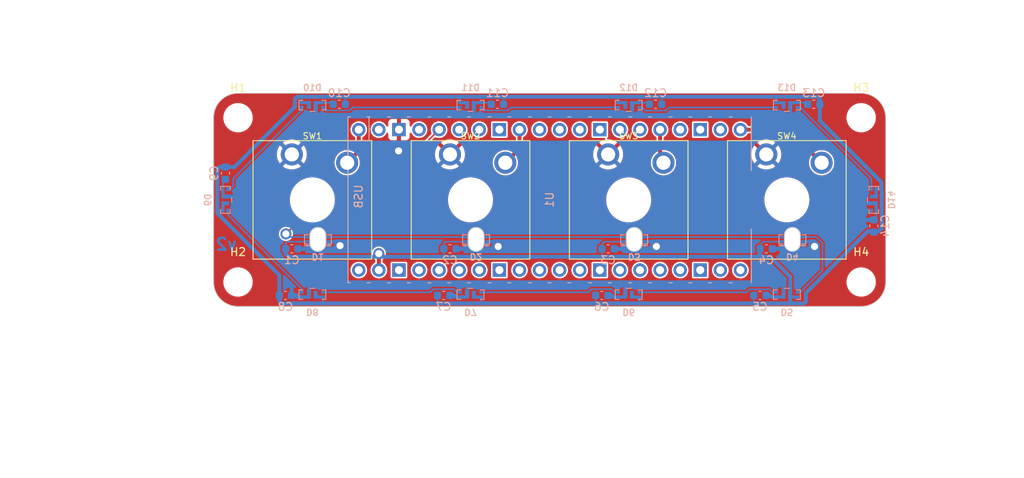
<source format=kicad_pcb>
(kicad_pcb (version 20221018) (generator pcbnew)
  (layers (0 "F.Cu" signal) (31 "B.Cu" signal) (34 "B.Paste" user) (35 "F.Paste" user) (36 "B.SilkS" user "B.Silkscreen") (37 "F.SilkS" user "F.Silkscreen") (38 "B.Mask" user) (39 "F.Mask" user) (44 "Edge.Cuts" user))
  (net 0 "")
  (net 1 "+5V")
  (net 2 "Net-(D1-DOUT)")
  (net 3 "GND")
  (net 4 "led_data")
  (net 5 "Net-(D2-DOUT)")
  (net 6 "Net-(D3-DOUT)")
  (net 7 "Net-(D4-DOUT)")
  (net 8 "Net-(D5-DOUT)")
  (net 9 "Net-(D6-DOUT)")
  (net 10 "Net-(D7-DOUT)")
  (net 11 "Net-(D8-DOUT)")
  (net 12 "Net-(D10-DIN)")
  (net 13 "Net-(D10-DOUT)")
  (net 14 "Net-(D11-DOUT)")
  (net 15 "Net-(D12-DOUT)")
  (net 16 "Net-(D13-DOUT)")
  (net 18 "Net-(SW1-A)")
  (net 28 "Net-(SW3-A)")
  (net 29 "Net-(SW4-A)")
  (net 32 "Net-(SW2-A)")
  (footprint "buttons:SW_Gateron_MX_1.00u_Plate" (layer "F.Cu") (at 120 90)
    (fp_text reference "SW1" (at 0 -8.082) (layer "F.SilkS") (effects (font (size 0.8 0.8) (thickness 0.12))))
    (fp_text value "SW_SPST")
    (pad "" np_thru_hole circle (at 0 0) (size 5.2 5.2) (drill 5.2) (layers "F&B.Cu" "*.Mask"))
    (pad "1" thru_hole circle (at 4.4 -4.7) (size 2.8 2.5) (drill 1.8) (layers "*.Cu" "*.Mask") (net 18 "Net-(SW1-A)"))
    (pad "2" thru_hole circle (at -2.6 -5.75) (size 2.8 2.5) (drill 1.8) (layers "*.Cu" "*.Mask") (net 3 "GND"))
  )
  (footprint "MountingHole:MountingHole_3.2mm_M3_DIN965" (layer "F.Cu") (at 189.4 100.4)
    (fp_text reference "H4" (at 0 -3.8) (layer "F.SilkS"))
    (fp_text value "MountingHole")
    (pad "" np_thru_hole circle (at 0 0) (size 3.2 3.2) (drill 3.2) (layers "*.Cu" "*.Mask"))
  )
  (footprint "MountingHole:MountingHole_3.2mm_M3_DIN965" (layer "F.Cu") (at 110.6 79.6)
    (fp_text reference "H1" (at 0 -3.8) (layer "F.SilkS"))
    (fp_text value "MountingHole")
    (pad "" np_thru_hole circle (at 0 0) (size 3.2 3.2) (drill 3.2) (layers "*.Cu" "*.Mask"))
  )
  (footprint "MountingHole:MountingHole_3.2mm_M3_DIN965" (layer "F.Cu") (at 189.4 79.6)
    (fp_text reference "H3" (at 0 -3.8) (layer "F.SilkS"))
    (fp_text value "MountingHole")
    (pad "" np_thru_hole circle (at 0 0) (size 3.2 3.2) (drill 3.2) (layers "*.Cu" "*.Mask"))
  )
  (footprint "buttons:SW_Gateron_MX_1.00u_Plate" (layer "F.Cu") (at 180 90)
    (fp_text reference "SW4" (at 0 -8.082) (layer "F.SilkS") (effects (font (size 0.8 0.8) (thickness 0.12))))
    (fp_text value "SW_SPST")
    (pad "" np_thru_hole circle (at 0 0) (size 5.2 5.2) (drill 5.2) (layers "F&B.Cu" "*.Mask"))
    (pad "1" thru_hole circle (at 4.4 -4.7) (size 2.8 2.2) (drill 1.8) (layers "*.Cu" "*.Mask") (net 29 "Net-(SW4-A)"))
    (pad "2" thru_hole circle (at -2.6 -5.75) (size 2.8 2.2) (drill 1.8) (layers "*.Cu" "*.Mask") (net 3 "GND"))
  )
  (footprint "MountingHole:MountingHole_3.2mm_M3_DIN965" (layer "F.Cu") (at 110.6 100.4)
    (fp_text reference "H2" (at 0 -3.8) (layer "F.SilkS"))
    (fp_text value "MountingHole")
    (pad "" np_thru_hole circle (at 0 0) (size 3.2 3.2) (drill 3.2) (layers "*.Cu" "*.Mask"))
  )
  (footprint "buttons:SW_Gateron_MX_1.00u_Plate" (layer "F.Cu") (at 160 90)
    (fp_text reference "SW3" (at 0 -8.082) (layer "F.SilkS") (effects (font (size 0.8 0.8) (thickness 0.12))))
    (fp_text value "SW_SPST")
    (pad "" np_thru_hole circle (at 0 0) (size 5.2 5.2) (drill 5.2) (layers "F&B.Cu" "*.Mask"))
    (pad "1" thru_hole circle (at 4.4 -4.7) (size 2.8 2.2) (drill 1.8) (layers "*.Cu" "*.Mask") (net 28 "Net-(SW3-A)"))
    (pad "2" thru_hole circle (at -2.6 -5.75) (size 2.8 2.2) (drill 1.8) (layers "*.Cu" "*.Mask") (net 3 "GND"))
  )
  (footprint "buttons:SW_Gateron_MX_1.00u_Plate" (layer "F.Cu") (at 140 90)
    (fp_text reference "SW2" (at 0 -8.082) (layer "F.SilkS") (effects (font (size 0.8 0.8) (thickness 0.12))))
    (fp_text value "SW_SPST")
    (pad "" np_thru_hole circle (at 0 0) (size 5.2 5.2) (drill 5.2) (layers "F&B.Cu" "*.Mask"))
    (pad "1" thru_hole circle (at 4.4 -4.7) (size 2.8 2.2) (drill 1.8) (layers "*.Cu" "*.Mask") (net 32 "Net-(SW2-A)"))
    (pad "2" thru_hole circle (at -2.6 -5.75) (size 2.8 2.5) (drill 1.8) (layers "*.Cu" "*.Mask") (net 3 "GND"))
  )
  (footprint "Capacitor_SMD:C_0603_1608Metric" (layer "B.Cu") (at 191 93.3 90)
    (fp_text reference "C14" (at 0 1.43 90) (layer "B.SilkS") (effects (justify mirror)))
    (fp_text value "C")
    (pad "1" smd roundrect (at -0.775 0 90) (size 0.9 0.95) (layers "B.Cu" "B.Paste" "B.Mask") (net 1 "+5V"))
    (pad "2" smd roundrect (at 0.775 0 90) (size 0.9 0.95) (layers "B.Cu" "B.Paste" "B.Mask") (net 3 "GND"))
  )
  (footprint "adafruit:Neopixel - Slim Flat" (layer "B.Cu") (at 120 78 180)
    (fp_text reference "D10" (at 0 2.2 unlocked) (layer "B.SilkS") (effects (font (size 0.8 0.8)) (justify mirror)))
    (fp_text value "WS2812B")
    (pad "1" smd roundrect (at -1.35 0.3 180) (size 1.425 0.4) (drill (offset 0.4625 0)) (layers "B.Cu" "B.Paste" "B.Mask") (net 3 "GND"))
    (pad "1" smd roundrect (at -0.425 -0.3 180) (size 0.5 1) (drill (offset 0 0.3)) (layers "B.Cu" "B.Paste" "B.Mask") (net 3 "GND"))
    (pad "2" smd roundrect (at -1.35 -0.3 180) (size 0.5 0.4) (layers "B.Cu" "B.Paste" "B.Mask") (net 13 "Net-(D10-DOUT)"))
    (pad "3" smd roundrect (at 1.35 -0.3 180) (size 0.5 0.4) (layers "B.Cu" "B.Paste" "B.Mask") (net 12 "Net-(D10-DIN)"))
    (pad "4" smd roundrect (at 0.425 -0.3 180) (size 0.5 1) (drill (offset 0 0.3)) (layers "B.Cu" "B.Paste" "B.Mask") (net 1 "+5V"))
    (pad "4" smd roundrect (at 1.35 0.3 180) (size 1.425 0.4) (drill (offset -0.4625 0)) (layers "B.Cu" "B.Paste" "B.Mask") (net 1 "+5V"))
  )
  (footprint "adafruit:Neopixel - Slim Flat" (layer "B.Cu") (at 140 78 180)
    (fp_text reference "D11" (at 0 2.2 unlocked) (layer "B.SilkS") (effects (font (size 0.8 0.8)) (justify mirror)))
    (fp_text value "WS2812B")
    (pad "1" smd roundrect (at -1.35 0.3 180) (size 1.425 0.4) (drill (offset 0.4625 0)) (layers "B.Cu" "B.Paste" "B.Mask") (net 3 "GND"))
    (pad "1" smd roundrect (at -0.425 -0.3 180) (size 0.5 1) (drill (offset 0 0.3)) (layers "B.Cu" "B.Paste" "B.Mask") (net 3 "GND"))
    (pad "2" smd roundrect (at -1.35 -0.3 180) (size 0.5 0.4) (layers "B.Cu" "B.Paste" "B.Mask") (net 14 "Net-(D11-DOUT)"))
    (pad "3" smd roundrect (at 1.35 -0.3 180) (size 0.5 0.4) (layers "B.Cu" "B.Paste" "B.Mask") (net 13 "Net-(D10-DOUT)"))
    (pad "4" smd roundrect (at 0.425 -0.3 180) (size 0.5 1) (drill (offset 0 0.3)) (layers "B.Cu" "B.Paste" "B.Mask") (net 1 "+5V"))
    (pad "4" smd roundrect (at 1.35 0.3 180) (size 1.425 0.4) (drill (offset -0.4625 0)) (layers "B.Cu" "B.Paste" "B.Mask") (net 1 "+5V"))
  )
  (footprint "Capacitor_SMD:C_0603_1608Metric" (layer "B.Cu") (at 116.6 102.1)
    (fp_text reference "C8" (at 0 1.43) (layer "B.SilkS") (effects (justify mirror)))
    (fp_text value "C")
    (pad "1" smd roundrect (at -0.775 0) (size 0.9 0.95) (layers "B.Cu" "B.Paste" "B.Mask") (net 1 "+5V"))
    (pad "2" smd roundrect (at 0.775 0) (size 0.9 0.95) (layers "B.Cu" "B.Paste" "B.Mask") (net 3 "GND"))
  )
  (footprint "Capacitor_SMD:C_0603_1608Metric" (layer "B.Cu") (at 176.6 102.1)
    (fp_text reference "C5" (at 0 1.43) (layer "B.SilkS") (effects (justify mirror)))
    (fp_text value "C")
    (pad "1" smd roundrect (at -0.775 0) (size 0.9 0.95) (layers "B.Cu" "B.Paste" "B.Mask") (net 1 "+5V"))
    (pad "2" smd roundrect (at 0.775 0) (size 0.9 0.95) (layers "B.Cu" "B.Paste" "B.Mask") (net 3 "GND"))
  )
  (footprint "adafruit:Neopixel - Slim Flat" (layer "B.Cu") (at 160 102)
    (fp_text reference "D6" (at 0 2.2 180 unlocked) (layer "B.SilkS") (effects (font (size 0.8 0.8)) (justify mirror)))
    (fp_text value "WS2812B")
    (pad "1" smd roundrect (at -1.35 0.3) (size 1.425 0.4) (drill (offset 0.4625 0)) (layers "B.Cu" "B.Paste" "B.Mask") (net 3 "GND"))
    (pad "1" smd roundrect (at -0.425 -0.3) (size 0.5 1) (drill (offset 0 0.3)) (layers "B.Cu" "B.Paste" "B.Mask") (net 3 "GND"))
    (pad "2" smd roundrect (at -1.35 -0.3) (size 0.5 0.4) (layers "B.Cu" "B.Paste" "B.Mask") (net 9 "Net-(D6-DOUT)"))
    (pad "3" smd roundrect (at 1.35 -0.3) (size 0.5 0.4) (layers "B.Cu" "B.Paste" "B.Mask") (net 8 "Net-(D5-DOUT)"))
    (pad "4" smd roundrect (at 0.425 -0.3) (size 0.5 1) (drill (offset 0 0.3)) (layers "B.Cu" "B.Paste" "B.Mask") (net 1 "+5V"))
    (pad "4" smd roundrect (at 1.35 0.3) (size 1.425 0.4) (drill (offset -0.4625 0)) (layers "B.Cu" "B.Paste" "B.Mask") (net 1 "+5V"))
  )
  (footprint "adafruit:Neopixel - Slim Flat" (layer "B.Cu") (at 160 78 180)
    (fp_text reference "D12" (at 0 2.2 unlocked) (layer "B.SilkS") (effects (font (size 0.8 0.8)) (justify mirror)))
    (fp_text value "WS2812B")
    (pad "1" smd roundrect (at -1.35 0.3 180) (size 1.425 0.4) (drill (offset 0.4625 0)) (layers "B.Cu" "B.Paste" "B.Mask") (net 3 "GND"))
    (pad "1" smd roundrect (at -0.425 -0.3 180) (size 0.5 1) (drill (offset 0 0.3)) (layers "B.Cu" "B.Paste" "B.Mask") (net 3 "GND"))
    (pad "2" smd roundrect (at -1.35 -0.3 180) (size 0.5 0.4) (layers "B.Cu" "B.Paste" "B.Mask") (net 15 "Net-(D12-DOUT)"))
    (pad "3" smd roundrect (at 1.35 -0.3 180) (size 0.5 0.4) (layers "B.Cu" "B.Paste" "B.Mask") (net 14 "Net-(D11-DOUT)"))
    (pad "4" smd roundrect (at 0.425 -0.3 180) (size 0.5 1) (drill (offset 0 0.3)) (layers "B.Cu" "B.Paste" "B.Mask") (net 1 "+5V"))
    (pad "4" smd roundrect (at 1.35 0.3 180) (size 1.425 0.4) (drill (offset -0.4625 0)) (layers "B.Cu" "B.Paste" "B.Mask") (net 1 "+5V"))
  )
  (footprint "Capacitor_SMD:C_0603_1608Metric" (layer "B.Cu") (at 137.4 96.2)
    (fp_text reference "C2" (at 0 1.43) (layer "B.SilkS") (effects (justify mirror)))
    (fp_text value "C")
    (pad "1" smd roundrect (at -0.775 0) (size 0.9 0.95) (layers "B.Cu" "B.Paste" "B.Mask") (net 1 "+5V"))
    (pad "2" smd roundrect (at 0.775 0) (size 0.9 0.95) (layers "B.Cu" "B.Paste" "B.Mask") (net 3 "GND"))
  )
  (footprint "Capacitor_SMD:C_0603_1608Metric" (layer "B.Cu") (at 117.4 96.2)
    (fp_text reference "C1" (at 0 1.43) (layer "B.SilkS") (effects (justify mirror)))
    (fp_text value "C")
    (pad "1" smd roundrect (at -0.775 0) (size 0.9 0.95) (layers "B.Cu" "B.Paste" "B.Mask") (net 1 "+5V"))
    (pad "2" smd roundrect (at 0.775 0) (size 0.9 0.95) (layers "B.Cu" "B.Paste" "B.Mask") (net 3 "GND"))
  )
  (footprint "adafruit:Neopixel - Slim Flat" (layer "B.Cu") (at 180 78 180)
    (fp_text reference "D13" (at 0 2.2 unlocked) (layer "B.SilkS") (effects (font (size 0.8 0.8)) (justify mirror)))
    (fp_text value "WS2812B")
    (pad "1" smd roundrect (at -1.35 0.3 180) (size 1.425 0.4) (drill (offset 0.4625 0)) (layers "B.Cu" "B.Paste" "B.Mask") (net 3 "GND"))
    (pad "1" smd roundrect (at -0.425 -0.3 180) (size 0.5 1) (drill (offset 0 0.3)) (layers "B.Cu" "B.Paste" "B.Mask") (net 3 "GND"))
    (pad "2" smd roundrect (at -1.35 -0.3 180) (size 0.5 0.4) (layers "B.Cu" "B.Paste" "B.Mask") (net 16 "Net-(D13-DOUT)"))
    (pad "3" smd roundrect (at 1.35 -0.3 180) (size 0.5 0.4) (layers "B.Cu" "B.Paste" "B.Mask") (net 15 "Net-(D12-DOUT)"))
    (pad "4" smd roundrect (at 0.425 -0.3 180) (size 0.5 1) (drill (offset 0 0.3)) (layers "B.Cu" "B.Paste" "B.Mask") (net 1 "+5V"))
    (pad "4" smd roundrect (at 1.35 0.3 180) (size 1.425 0.4) (drill (offset -0.4625 0)) (layers "B.Cu" "B.Paste" "B.Mask") (net 1 "+5V"))
  )
  (footprint "Capacitor_SMD:C_0603_1608Metric" (layer "B.Cu") (at 143.4 77.9 180)
    (fp_text reference "C11" (at 0 1.43) (layer "B.SilkS") (effects (justify mirror)))
    (fp_text value "C")
    (pad "1" smd roundrect (at -0.775 0 180) (size 0.9 0.95) (layers "B.Cu" "B.Paste" "B.Mask") (net 1 "+5V"))
    (pad "2" smd roundrect (at 0.775 0 180) (size 0.9 0.95) (layers "B.Cu" "B.Paste" "B.Mask") (net 3 "GND"))
  )
  (footprint "raspi:RPi_Pico_TH" (layer "B.Cu") (at 150 90 -90)
    (fp_text reference "U1" (at 0 0 90) (layer "B.SilkS") (effects (justify mirror)))
    (fp_text value "Pico" hide)
    (fp_text user "USB" (at -2.025 23.575 90 unlocked) (layer "B.SilkS") (effects (justify left bottom mirror)))
    (pad "1" thru_hole oval (at -8.89 24.13 270) (size 1.7 1.7) (drill 1.02) (layers "*.Cu" "*.Mask") (net 18 "Net-(SW1-A)"))
    (pad "2" thru_hole oval (at -8.89 21.59 270) (size 1.7 1.7) (drill 1.02) (layers "*.Cu" "*.Mask"))
    (pad "3" thru_hole rect (at -8.89 19.05 270) (size 1.7 1.7) (drill 1.02) (layers "*.Cu" "*.Mask") (net 3 "GND"))
    (pad "4" thru_hole oval (at -8.89 16.51 270) (size 1.7 1.7) (drill 1.02) (layers "*.Cu" "*.Mask"))
    (pad "5" thru_hole oval (at -8.89 13.97 270) (size 1.7 1.7) (drill 1.02) (layers "*.Cu" "*.Mask") (net 4 "led_data"))
    (pad "6" thru_hole oval (at -8.89 11.43 270) (size 1.7 1.7) (drill 1.02) (layers "*.Cu" "*.Mask"))
    (pad "7" thru_hole oval (at -8.89 8.89 270) (size 1.7 1.7) (drill 1.02) (layers "*.Cu" "*.Mask"))
    (pad "8" thru_hole rect (at -8.89 6.35 270) (size 1.7 1.7) (drill 1.02) (layers "*.Cu" "*.Mask"))
    (pad "9" thru_hole oval (at -8.89 3.81 270) (size 1.7 1.7) (drill 1.02) (layers "*.Cu" "*.Mask") (net 32 "Net-(SW2-A)"))
    (pad "10" thru_hole oval (at -8.89 1.27 270) (size 1.7 1.7) (drill 1.02) (layers "*.Cu" "*.Mask"))
    (pad "11" thru_hole oval (at -8.89 -1.27 270) (size 1.7 1.7) (drill 1.02) (layers "*.Cu" "*.Mask"))
    (pad "12" thru_hole oval (at -8.89 -3.81 270) (size 1.7 1.7) (drill 1.02) (layers "*.Cu" "*.Mask"))
    (pad "13" thru_hole rect (at -8.89 -6.35 270) (size 1.7 1.7) (drill 1.02) (layers "*.Cu" "*.Mask"))
    (pad "14" thru_hole oval (at -8.89 -8.89 270) (size 1.7 1.7) (drill 1.02) (layers "*.Cu" "*.Mask"))
    (pad "15" thru_hole oval (at -8.89 -11.43 270) (size 1.7 1.7) (drill 1.02) (layers "*.Cu" "*.Mask"))
    (pad "16" thru_hole oval (at -8.89 -13.97 270) (size 1.7 1.7) (drill 1.02) (layers "*.Cu" "*.Mask") (net 28 "Net-(SW3-A)"))
    (pad "17" thru_hole oval (at -8.89 -16.51 270) (size 1.7 1.7) (drill 1.02) (layers "*.Cu" "*.Mask"))
    (pad "18" thru_hole rect (at -8.89 -19.05 270) (size 1.7 1.7) (drill 1.02) (layers "*.Cu" "*.Mask"))
    (pad "19" thru_hole oval (at -8.89 -21.59 270) (size 1.7 1.7) (drill 1.02) (layers "*.Cu" "*.Mask"))
    (pad "20" thru_hole oval (at -8.89 -24.13 270) (size 1.7 1.7) (drill 1.02) (layers "*.Cu" "*.Mask") (net 29 "Net-(SW4-A)"))
    (pad "21" thru_hole oval (at 8.89 -24.13 270) (size 1.7 1.7) (drill 1.02) (layers "*.Cu" "*.Mask"))
    (pad "22" thru_hole oval (at 8.89 -21.59 270) (size 1.7 1.7) (drill 1.02) (layers "*.Cu" "*.Mask"))
    (pad "23" thru_hole rect (at 8.89 -19.05 270) (size 1.7 1.7) (drill 1.02) (layers "*.Cu" "*.Mask"))
    (pad "24" thru_hole oval (at 8.89 -16.51 270) (size 1.7 1.7) (drill 1.02) (layers "*.Cu" "*.Mask"))
    (pad "25" thru_hole oval (at 8.89 -13.97 270) (size 1.7 1.7) (drill 1.02) (layers "*.Cu" "*.Mask"))
    (pad "26" thru_hole oval (at 8.89 -11.43 270) (size 1.7 1.7) (drill 1.02) (layers "*.Cu" "*.Mask"))
    (pad "27" thru_hole oval (at 8.89 -8.89 270) (size 1.7 1.7) (drill 1.02) (layers "*.Cu" "*.Mask"))
    (pad "28" thru_hole rect (at 8.89 -6.35 270) (size 1.7 1.7) (drill 1.02) (layers "*.Cu" "*.Mask"))
    (pad "29" thru_hole oval (at 8.89 -3.81 270) (size 1.7 1.7) (drill 1.02) (layers "*.Cu" "*.Mask"))
    (pad "30" thru_hole oval (at 8.89 -1.27 270) (size 1.7 1.7) (drill 1.02) (layers "*.Cu" "*.Mask"))
    (pad "31" thru_hole oval (at 8.89 1.27 270) (size 1.7 1.7) (drill 1.02) (layers "*.Cu" "*.Mask"))
    (pad "32" thru_hole oval (at 8.89 3.81 270) (size 1.7 1.7) (drill 1.02) (layers "*.Cu" "*.Mask"))
    (pad "33" thru_hole rect (at 8.89 6.35 270) (size 1.7 1.7) (drill 1.02) (layers "*.Cu" "*.Mask"))
    (pad "34" thru_hole oval (at 8.89 8.89 270) (size 1.7 1.7) (drill 1.02) (layers "*.Cu" "*.Mask"))
    (pad "35" thru_hole oval (at 8.89 11.43 270) (size 1.7 1.7) (drill 1.02) (layers "*.Cu" "*.Mask"))
    (pad "36" thru_hole oval (at 8.89 13.97 270) (size 1.7 1.7) (drill 1.02) (layers "*.Cu" "*.Mask"))
    (pad "37" thru_hole oval (at 8.89 16.51 270) (size 1.7 1.7) (drill 1.02) (layers "*.Cu" "*.Mask"))
    (pad "38" thru_hole rect (at 8.89 19.05 270) (size 1.7 1.7) (drill 1.02) (layers "*.Cu" "*.Mask"))
    (pad "39" thru_hole oval (at 8.89 21.59 270) (size 1.7 1.7) (drill 1.02) (layers "*.Cu" "*.Mask") (net 1 "+5V"))
    (pad "40" thru_hole oval (at 8.89 24.13 270) (size 1.7 1.7) (drill 1.02) (layers "*.Cu" "*.Mask"))
  )
  (footprint "adafruit:Neopixel - Slim Flat" (layer "B.Cu") (at 180 102)
    (fp_text reference "D5" (at 0 2.2 180 unlocked) (layer "B.SilkS") (effects (font (size 0.8 0.8)) (justify mirror)))
    (fp_text value "WS2812B")
    (pad "1" smd roundrect (at -1.35 0.3) (size 1.425 0.4) (drill (offset 0.4625 0)) (layers "B.Cu" "B.Paste" "B.Mask") (net 3 "GND"))
    (pad "1" smd roundrect (at -0.425 -0.3) (size 0.5 1) (drill (offset 0 0.3)) (layers "B.Cu" "B.Paste" "B.Mask") (net 3 "GND"))
    (pad "2" smd roundrect (at -1.35 -0.3) (size 0.5 0.4) (layers "B.Cu" "B.Paste" "B.Mask") (net 8 "Net-(D5-DOUT)"))
    (pad "3" smd roundrect (at 1.35 -0.3) (size 0.5 0.4) (layers "B.Cu" "B.Paste" "B.Mask") (net 7 "Net-(D4-DOUT)"))
    (pad "4" smd roundrect (at 0.425 -0.3) (size 0.5 1) (drill (offset 0 0.3)) (layers "B.Cu" "B.Paste" "B.Mask") (net 1 "+5V"))
    (pad "4" smd roundrect (at 1.35 0.3) (size 1.425 0.4) (drill (offset -0.4625 0)) (layers "B.Cu" "B.Paste" "B.Mask") (net 1 "+5V"))
  )
  (footprint "adafruit:Neopixel - Slim Flat - Down" (layer "B.Cu") (at 120.7 95)
    (fp_text reference "D1" (at 0 2.2 180 unlocked) (layer "B.SilkS") (effects (font (size 0.8 0.8)) (justify mirror)))
    (fp_text value "WS2812B_back")
    (fp_line (start -1 -0.5) (end -1 0.5) (stroke (width 0.12)) (layer "Edge.Cuts"))
    (fp_line (start 1 -0.5) (end 1 0.5) (stroke (width 0.12)) (layer "Edge.Cuts"))
    (fp_arc (start -1 -0.5) (mid 0 -1.5) (end 1 -0.5) (stroke (width 0.12)) (layer "Edge.Cuts"))
    (fp_arc (start 1 0.5) (mid 0 1.5) (end -1 0.5) (stroke (width 0.12)) (layer "Edge.Cuts"))
    (pad "1" smd roundrect (at 1.35 0.3) (size 0.5 0.4) (layers "B.Cu" "B.Paste" "B.Mask") (net 3 "GND"))
    (pad "2" smd roundrect (at 1.35 -0.3) (size 0.5 0.4) (layers "B.Cu" "B.Paste" "B.Mask") (net 2 "Net-(D1-DOUT)"))
    (pad "3" smd roundrect (at -1.35 -0.3) (size 0.5 0.4) (layers "B.Cu" "B.Paste" "B.Mask") (net 4 "led_data"))
    (pad "4" smd roundrect (at -1.35 0.3) (size 0.5 0.4) (layers "B.Cu" "B.Paste" "B.Mask") (net 1 "+5V"))
  )
  (footprint "adafruit:Neopixel - Slim Flat" (layer "B.Cu") (at 120 102)
    (fp_text reference "D8" (at 0 2.2 180 unlocked) (layer "B.SilkS") (effects (font (size 0.8 0.8)) (justify mirror)))
    (fp_text value "WS2812B")
    (pad "1" smd roundrect (at -1.35 0.3) (size 1.425 0.4) (drill (offset 0.4625 0)) (layers "B.Cu" "B.Paste" "B.Mask") (net 3 "GND"))
    (pad "1" smd roundrect (at -0.425 -0.3) (size 0.5 1) (drill (offset 0 0.3)) (layers "B.Cu" "B.Paste" "B.Mask") (net 3 "GND"))
    (pad "2" smd roundrect (at -1.35 -0.3) (size 0.5 0.4) (layers "B.Cu" "B.Paste" "B.Mask") (net 11 "Net-(D8-DOUT)"))
    (pad "3" smd roundrect (at 1.35 -0.3) (size 0.5 0.4) (layers "B.Cu" "B.Paste" "B.Mask") (net 10 "Net-(D7-DOUT)"))
    (pad "4" smd roundrect (at 0.425 -0.3) (size 0.5 1) (drill (offset 0 0.3)) (layers "B.Cu" "B.Paste" "B.Mask") (net 1 "+5V"))
    (pad "4" smd roundrect (at 1.35 0.3) (size 1.425 0.4) (drill (offset -0.4625 0)) (layers "B.Cu" "B.Paste" "B.Mask") (net 1 "+5V"))
  )
  (footprint "Capacitor_SMD:C_0603_1608Metric" (layer "B.Cu") (at 109 86.625 -90)
    (fp_text reference "C9" (at 0 1.43 90) (layer "B.SilkS") (effects (justify mirror)))
    (fp_text value "C")
    (pad "1" smd roundrect (at -0.775 0 270) (size 0.9 0.95) (layers "B.Cu" "B.Paste" "B.Mask") (net 1 "+5V"))
    (pad "2" smd roundrect (at 0.775 0 270) (size 0.9 0.95) (layers "B.Cu" "B.Paste" "B.Mask") (net 3 "GND"))
  )
  (footprint "adafruit:Neopixel - Slim Flat" (layer "B.Cu") (at 109 90 -90)
    (fp_text reference "D9" (at 0 2.2 90 unlocked) (layer "B.SilkS") (effects (font (size 0.8 0.8)) (justify mirror)))
    (fp_text value "WS2812B")
    (pad "1" smd roundrect (at -1.35 0.3 270) (size 1.425 0.4) (drill (offset 0.4625 0)) (layers "B.Cu" "B.Paste" "B.Mask") (net 3 "GND"))
    (pad "1" smd roundrect (at -0.425 -0.3 270) (size 0.5 1) (drill (offset 0 0.3)) (layers "B.Cu" "B.Paste" "B.Mask") (net 3 "GND"))
    (pad "2" smd roundrect (at -1.35 -0.3 270) (size 0.5 0.4) (layers "B.Cu" "B.Paste" "B.Mask") (net 12 "Net-(D10-DIN)"))
    (pad "3" smd roundrect (at 1.35 -0.3 270) (size 0.5 0.4) (layers "B.Cu" "B.Paste" "B.Mask") (net 11 "Net-(D8-DOUT)"))
    (pad "4" smd roundrect (at 0.425 -0.3 270) (size 0.5 1) (drill (offset 0 0.3)) (layers "B.Cu" "B.Paste" "B.Mask") (net 1 "+5V"))
    (pad "4" smd roundrect (at 1.35 0.3 270) (size 1.425 0.4) (drill (offset -0.4625 0)) (layers "B.Cu" "B.Paste" "B.Mask") (net 1 "+5V"))
  )
  (footprint "Capacitor_SMD:C_0603_1608Metric" (layer "B.Cu") (at 157.4 96.2)
    (fp_text reference "C3" (at 0 1.43) (layer "B.SilkS") (effects (justify mirror)))
    (fp_text value "C")
    (pad "1" smd roundrect (at -0.775 0) (size 0.9 0.95) (layers "B.Cu" "B.Paste" "B.Mask") (net 1 "+5V"))
    (pad "2" smd roundrect (at 0.775 0) (size 0.9 0.95) (layers "B.Cu" "B.Paste" "B.Mask") (net 3 "GND"))
  )
  (footprint "Capacitor_SMD:C_0603_1608Metric" (layer "B.Cu") (at 156.6 102.1)
    (fp_text reference "C6" (at 0 1.43) (layer "B.SilkS") (effects (justify mirror)))
    (fp_text value "C")
    (pad "1" smd roundrect (at -0.775 0) (size 0.9 0.95) (layers "B.Cu" "B.Paste" "B.Mask") (net 1 "+5V"))
    (pad "2" smd roundrect (at 0.775 0) (size 0.9 0.95) (layers "B.Cu" "B.Paste" "B.Mask") (net 3 "GND"))
  )
  (footprint "Capacitor_SMD:C_0603_1608Metric" (layer "B.Cu") (at 163.4 77.9 180)
    (fp_text reference "C12" (at 0 1.43) (layer "B.SilkS") (effects (justify mirror)))
    (fp_text value "C")
    (pad "1" smd roundrect (at -0.775 0 180) (size 0.9 0.95) (layers "B.Cu" "B.Paste" "B.Mask") (net 1 "+5V"))
    (pad "2" smd roundrect (at 0.775 0 180) (size 0.9 0.95) (layers "B.Cu" "B.Paste" "B.Mask") (net 3 "GND"))
  )
  (footprint "Capacitor_SMD:C_0603_1608Metric" (layer "B.Cu") (at 183.4 77.9 180)
    (fp_text reference "C13" (at 0 1.43) (layer "B.SilkS") (effects (justify mirror)))
    (fp_text value "C")
    (pad "1" smd roundrect (at -0.775 0 180) (size 0.9 0.95) (layers "B.Cu" "B.Paste" "B.Mask") (net 1 "+5V"))
    (pad "2" smd roundrect (at 0.775 0 180) (size 0.9 0.95) (layers "B.Cu" "B.Paste" "B.Mask") (net 3 "GND"))
  )
  (footprint "adafruit:Neopixel - Slim Flat" (layer "B.Cu") (at 140 102)
    (fp_text reference "D7" (at 0 2.2 180 unlocked) (layer "B.SilkS") (effects (font (size 0.8 0.8)) (justify mirror)))
    (fp_text value "WS2812B")
    (pad "1" smd roundrect (at -1.35 0.3) (size 1.425 0.4) (drill (offset 0.4625 0)) (layers "B.Cu" "B.Paste" "B.Mask") (net 3 "GND"))
    (pad "1" smd roundrect (at -0.425 -0.3) (size 0.5 1) (drill (offset 0 0.3)) (layers "B.Cu" "B.Paste" "B.Mask") (net 3 "GND"))
    (pad "2" smd roundrect (at -1.35 -0.3) (size 0.5 0.4) (layers "B.Cu" "B.Paste" "B.Mask") (net 10 "Net-(D7-DOUT)"))
    (pad "3" smd roundrect (at 1.35 -0.3) (size 0.5 0.4) (layers "B.Cu" "B.Paste" "B.Mask") (net 9 "Net-(D6-DOUT)"))
    (pad "4" smd roundrect (at 0.425 -0.3) (size 0.5 1) (drill (offset 0 0.3)) (layers "B.Cu" "B.Paste" "B.Mask") (net 1 "+5V"))
    (pad "4" smd roundrect (at 1.35 0.3) (size 1.425 0.4) (drill (offset -0.4625 0)) (layers "B.Cu" "B.Paste" "B.Mask") (net 1 "+5V"))
  )
  (footprint "Capacitor_SMD:C_0603_1608Metric" (layer "B.Cu") (at 136.6 102.1)
    (fp_text reference "C7" (at 0 1.43) (layer "B.SilkS") (effects (justify mirror)))
    (fp_text value "C")
    (pad "1" smd roundrect (at -0.775 0) (size 0.9 0.95) (layers "B.Cu" "B.Paste" "B.Mask") (net 1 "+5V"))
    (pad "2" smd roundrect (at 0.775 0) (size 0.9 0.95) (layers "B.Cu" "B.Paste" "B.Mask") (net 3 "GND"))
  )
  (footprint "Capacitor_SMD:C_0603_1608Metric" (layer "B.Cu") (at 177.4 96.2)
    (fp_text reference "C4" (at 0 1.43) (layer "B.SilkS") (effects (justify mirror)))
    (fp_text value "C")
    (pad "1" smd roundrect (at -0.775 0) (size 0.9 0.95) (layers "B.Cu" "B.Paste" "B.Mask") (net 1 "+5V"))
    (pad "2" smd roundrect (at 0.775 0) (size 0.9 0.95) (layers "B.Cu" "B.Paste" "B.Mask") (net 3 "GND"))
  )
  (footprint "adafruit:Neopixel - Slim Flat - Down" (layer "B.Cu") (at 140.7 95)
    (fp_text reference "D2" (at 0 2.2 180 unlocked) (layer "B.SilkS") (effects (font (size 0.8 0.8)) (justify mirror)))
    (fp_text value "WS2812B_back")
    (fp_line (start -1 -0.5) (end -1 0.5) (stroke (width 0.12)) (layer "Edge.Cuts"))
    (fp_line (start 1 -0.5) (end 1 0.5) (stroke (width 0.12)) (layer "Edge.Cuts"))
    (fp_arc (start -1 -0.5) (mid 0 -1.5) (end 1 -0.5) (stroke (width 0.12)) (layer "Edge.Cuts"))
    (fp_arc (start 1 0.5) (mid 0 1.5) (end -1 0.5) (stroke (width 0.12)) (layer "Edge.Cuts"))
    (pad "1" smd roundrect (at 1.35 0.3) (size 0.5 0.4) (layers "B.Cu" "B.Paste" "B.Mask") (net 3 "GND"))
    (pad "2" smd roundrect (at 1.35 -0.3) (size 0.5 0.4) (layers "B.Cu" "B.Paste" "B.Mask") (net 5 "Net-(D2-DOUT)"))
    (pad "3" smd roundrect (at -1.35 -0.3) (size 0.5 0.4) (layers "B.Cu" "B.Paste" "B.Mask") (net 2 "Net-(D1-DOUT)"))
    (pad "4" smd roundrect (at -1.35 0.3) (size 0.5 0.4) (layers "B.Cu" "B.Paste" "B.Mask") (net 1 "+5V"))
  )
  (footprint "Capacitor_SMD:C_0603_1608Metric" (layer "B.Cu") (at 123.4 77.9 180)
    (fp_text reference "C10" (at 0 1.43) (layer "B.SilkS") (effects (justify mirror)))
    (fp_text value "C")
    (pad "1" smd roundrect (at -0.775 0 180) (size 0.9 0.95) (layers "B.Cu" "B.Paste" "B.Mask") (net 1 "+5V"))
    (pad "2" smd roundrect (at 0.775 0 180) (size 0.9 0.95) (layers "B.Cu" "B.Paste" "B.Mask") (net 3 "GND"))
  )
  (footprint "adafruit:Neopixel - Slim Flat - Down" (layer "B.Cu") (at 180.7 95)
    (fp_text reference "D4" (at 0 2.2 180 unlocked) (layer "B.SilkS") (effects (font (size 0.8 0.8)) (justify mirror)))
    (fp_text value "WS2812B_back")
    (fp_line (start -1 -0.5) (end -1 0.5) (stroke (width 0.12)) (layer "Edge.Cuts"))
    (fp_line (start 1 -0.5) (end 1 0.5) (stroke (width 0.12)) (layer "Edge.Cuts"))
    (fp_arc (start -1 -0.5) (mid 0 -1.5) (end 1 -0.5) (stroke (width 0.12)) (layer "Edge.Cuts"))
    (fp_arc (start 1 0.5) (mid 0 1.5) (end -1 0.5) (stroke (width 0.12)) (layer "Edge.Cuts"))
    (pad "1" smd roundrect (at 1.35 0.3) (size 0.5 0.4) (layers "B.Cu" "B.Paste" "B.Mask") (net 3 "GND"))
    (pad "2" smd roundrect (at 1.35 -0.3) (size 0.5 0.4) (layers "B.Cu" "B.Paste" "B.Mask") (net 7 "Net-(D4-DOUT)"))
    (pad "3" smd roundrect (at -1.35 -0.3) (size 0.5 0.4) (layers "B.Cu" "B.Paste" "B.Mask") (net 6 "Net-(D3-DOUT)"))
    (pad "4" smd roundrect (at -1.35 0.3) (size 0.5 0.4) (layers "B.Cu" "B.Paste" "B.Mask") (net 1 "+5V"))
  )
  (footprint "adafruit:Neopixel - Slim Flat" (layer "B.Cu") (at 191 90 90)
    (fp_text reference "D14" (at 0 2.2 270 unlocked) (layer "B.SilkS") (effects (font (size 0.8 0.8)) (justify mirror)))
    (fp_text value "WS2812B")
    (pad "1" smd roundrect (at -1.35 0.3 90) (size 1.425 0.4) (drill (offset 0.4625 0)) (layers "B.Cu" "B.Paste" "B.Mask") (net 3 "GND"))
    (pad "1" smd roundrect (at -0.425 -0.3 90) (size 0.5 1) (drill (offset 0 0.3)) (layers "B.Cu" "B.Paste" "B.Mask") (net 3 "GND"))
    (pad "2" smd roundrect (at -1.35 -0.3 90) (size 0.5 0.4) (layers "B.Cu" "B.Paste" "B.Mask"))
    (pad "3" smd roundrect (at 1.35 -0.3 90) (size 0.5 0.4) (layers "B.Cu" "B.Paste" "B.Mask") (net 16 "Net-(D13-DOUT)"))
    (pad "4" smd roundrect (at 0.425 -0.3 90) (size 0.5 1) (drill (offset 0 0.3)) (layers "B.Cu" "B.Paste" "B.Mask") (net 1 "+5V"))
    (pad "4" smd roundrect (at 1.35 0.3 90) (size 1.425 0.4) (drill (offset -0.4625 0)) (layers "B.Cu" "B.Paste" "B.Mask") (net 1 "+5V"))
  )
  (footprint "adafruit:Neopixel - Slim Flat - Down" (layer "B.Cu") (at 160.7 95)
    (fp_text reference "D3" (at 0 2.2 180 unlocked) (layer "B.SilkS") (effects (font (size 0.8 0.8)) (justify mirror)))
    (fp_text value "WS2812B_back")
    (fp_line (start -1 -0.5) (end -1 0.5) (stroke (width 0.12)) (layer "Edge.Cuts"))
    (fp_line (start 1 -0.5) (end 1 0.5) (stroke (width 0.12)) (layer "Edge.Cuts"))
    (fp_arc (start -1 -0.5) (mid 0 -1.5) (end 1 -0.5) (stroke (width 0.12)) (layer "Edge.Cuts"))
    (fp_arc (start 1 0.5) (mid 0 1.5) (end -1 0.5) (stroke (width 0.12)) (layer "Edge.Cuts"))
    (pad "1" smd roundrect (at 1.35 0.3) (size 0.5 0.4) (layers "B.Cu" "B.Paste" "B.Mask") (net 3 "GND"))
    (pad "2" smd roundrect (at 1.35 -0.3) (size 0.5 0.4) (layers "B.Cu" "B.Paste" "B.Mask") (net 6 "Net-(D3-DOUT)"))
    (pad "3" smd roundrect (at -1.35 -0.3) (size 0.5 0.4) (layers "B.Cu" "B.Paste" "B.Mask") (net 5 "Net-(D2-DOUT)"))
    (pad "4" smd roundrect (at -1.35 0.3) (size 0.5 0.4) (layers "B.Cu" "B.Paste" "B.Mask") (net 1 "+5V"))
  )
  (gr_line (start 189.4 76.5) (end 110.6 76.5) (stroke (width 0.1)) (layer "Edge.Cuts"))
  (gr_arc (start 107.5 79.6) (mid 108.407969 77.407969) (end 110.6 76.5) (stroke (width 0.1)) (layer "Edge.Cuts"))
  (gr_arc (start 110.6 103.5) (mid 108.407968 102.592032) (end 107.5 100.4) (stroke (width 0.1)) (layer "Edge.Cuts"))
  (gr_line (start 110.6 103.5) (end 189.4 103.5) (stroke (width 0.1)) (layer "Edge.Cuts"))
  (gr_arc (start 192.5 100.4) (mid 191.592031 102.592031) (end 189.4 103.5) (stroke (width 0.1)) (layer "Edge.Cuts"))
  (gr_arc (start 189.4 76.5) (mid 191.592031 77.407969) (end 192.5 79.6) (stroke (width 0.1)) (layer "Edge.Cuts"))
  (gr_line (start 107.5 79.6) (end 107.5 100.4) (stroke (width 0.1)) (layer "Edge.Cuts"))
  (gr_line (start 192.5 79.6) (end 192.5 100.4) (stroke (width 0.1)) (layer "Edge.Cuts"))
  (gr_text "v2" (at 110.6 96.5) (layer "B.Cu") (effects (font (size 1.5 1.5) (thickness 0.3) bold) (justify left bottom mirror)))
  (segment (start 128.41 96.81) (end 128.4 96.8) (width 0.5) (layer "F.Cu") (net 1))
  (segment (start 128.41 98.89) (end 128.41 96.81) (width 0.5) (layer "F.Cu") (net 1))
  (via (at 128.4 96.8) (size 1.4) (drill 0.9) (layers "F.Cu" "B.Cu") (net 1))
  (segment (start 177.9 97.2) (end 180.425 99.725) (width 0.5) (layer "B.Cu") (net 1))
  (segment (start 175.825 102.1) (end 175.825 102.975) (width 0.2) (layer "B.Cu") (net 1))
  (segment (start 135.825 102.1) (end 135.825 103.075) (width 0.2) (layer "B.Cu") (net 1))
  (segment (start 144.175 77.9) (end 144.175 76.975) (width 0.2) (layer "B.Cu") (net 1))
  (segment (start 161.35 77) (end 161.4 76.95) (width 0.2) (layer "B.Cu") (net 1))
  (segment (start 121.35 102.3) (end 121.35 103.05) (width 0.2) (layer "B.Cu") (net 1))
  (segment (start 180.425 99.725) (end 180.425 103.075) (width 0.5) (layer "B.Cu") (net 1))
  (segment (start 141.35 102.3) (end 141.35 103.05) (width 0.2) (layer "B.Cu") (net 1))
  (segment (start 191.95 87.75) (end 191.95 88.7) (width 0.5) (layer "B.Cu") (net 1))
  (segment (start 121.4 76.95) (end 124.2 76.95) (width 0.5) (layer "B.Cu") (net 1))
  (segment (start 159.35 95.3) (end 156.9 95.3) (width 0.2) (layer "B.Cu") (net 1))
  (segment (start 182.2 103.1) (end 181.4 103.1) (width 0.5) (layer "B.Cu") (net 1))
  (segment (start 158.65 103.05) (end 158.6 103.1) (width 0.2) (layer "B.Cu") (net 1))
  (segment (start 178.65 77) (end 178.7 76.95) (width 0.2) (layer "B.Cu") (net 1))
  (segment (start 117.8 78.2) (end 117.8 77.2) (width 0.5) (layer "B.Cu") (net 1))
  (segment (start 115.825 99.525) (end 107.975 91.675) (width 0.5) (layer "B.Cu") (net 1))
  (segment (start 155.825 102.3) (end 155.825 103.025) (width 0.2) (layer "B.Cu") (net 1))
  (segment (start 141.4 76.95) (end 144.2 76.95) (width 0.5) (layer "B.Cu") (net 1))
  (segment (start 121.35 77) (end 121.4 76.95) (width 0.2) (layer "B.Cu") (net 1))
  (segment (start 118.65 77) (end 118.6 76.95) (width 0.2) (layer "B.Cu") (net 1))
  (segment (start 182.4 102.9) (end 182.2 103.1) (width 0.5) (layer "B.Cu") (net 1))
  (segment (start 182.4 101.8) (end 182.4 102.9) (width 0.5) (layer "B.Cu") (net 1))
  (segment (start 155.825 103.025) (end 155.9 103.1) (width 0.2) (layer "B.Cu") (net 1))
  (segment (start 141.35 77) (end 141.4 76.95) (width 0.2) (layer "B.Cu") (net 1))
  (segment (start 117.8 77.2) (end 118.05 76.95) (width 0.5) (layer "B.Cu") (net 1))
  (segment (start 136.625 97.175) (end 136.6 97.2) (width 0.2) (layer "B.Cu") (net 1))
  (segment (start 110.15 85.85) (end 117.8 78.2) (width 0.5) (layer "B.Cu") (net 1))
  (segment (start 156.625 97.175) (end 156.6 97.2) (width 0.2) (layer "B.Cu") (net 1))
  (segment (start 164.2 76.95) (end 175.9 76.95) (width 0.5) (layer "B.Cu") (net 1))
  (segment (start 136.625 95.475) (end 136.625 96.2) (width 0.2) (layer "B.Cu") (net 1))
  (segment (start 155.8 76.95) (end 158.6 76.95) (width 0.5) (layer "B.Cu") (net 1))
  (segment (start 176.3 97.2) (end 176.625 96.875) (width 0.5) (layer "B.Cu") (net 1))
  (segment (start 109 85.85) (end 110.15 85.85) (width 0.5) (layer "B.Cu") (net 1))
  (segment (start 136.8 95.3) (end 136.625 95.475) (width 0.2) (layer "B.Cu") (net 1))
  (segment (start 116.8 95.3) (end 119.35 95.3) (width 0.2) (layer "B.Cu") (net 1))
  (segment (start 138.7 103.1) (end 135.8 103.1) (width 0.5) (layer "B.Cu") (net 1))
  (segment (start 108.25 85.85) (end 109 85.85) (width 0.5) (layer "B.Cu") (net 1))
  (segment (start 116.1 103.1) (end 115.825 102.825) (width 0.5) (layer "B.Cu") (net 1))
  (segment (start 161.35 103.05) (end 161.3 103.1) (width 0.2) (layer "B.Cu") (net 1))
  (segment (start 164.175 76.975) (end 164.2 76.95) (width 0.2) (layer "B.Cu") (net 1))
  (segment (start 155.9 103.1) (end 144.1 103.1) (width 0.5) (layer "B.Cu") (net 1))
  (segment (start 176.625 95.675) (end 176.625 96.2) (width 0.2) (layer "B.Cu") (net 1))
  (segment (start 144.1 103.1) (end 141.3 103.1) (width 0.5) (layer "B.Cu") (net 1))
  (segment (start 144.175 76.975) (end 144.2 76.95) (width 0.2) (layer "B.Cu") (net 1))
  (segment (start 121.35 103.05) (end 121.4 103.1) (width 0.2) (layer "B.Cu") (net 1))
  (segment (start 177 95.3) (end 176.625 95.675) (width 0.2) (layer "B.Cu") (net 1))
  (segment (start 108.125 91.35) (end 107.975 91.2) (width 0.2) (layer "B.Cu") (net 1))
  (segment (start 141.3 103.1) (end 138.7 103.1) (width 0.5) (layer "B.Cu") (net 1))
  (segment (start 139.35 95.3) (end 136.8 95.3) (width 0.2) (layer "B.Cu") (net 1))
  (segment (start 138.6 76.95) (end 141.4 76.95) (width 0.5) (layer "B.Cu") (net 1))
  (segment (start 156.625 96.2) (end 156.625 97.175) (width 0.2) (layer "B.Cu") (net 1))
  (segment (start 178.65 77.7) (end 178.65 77) (width 0.2) (layer "B.Cu") (net 1))
  (segment (start 158.65 77.7) (end 158.65 77) (width 0.2) (layer "B.Cu") (net 1))
  (segment (start 124.2 103.1) (end 121.4 103.1) (width 0.5) (layer "B.Cu") (net 1))
  (segment (start 144.2 76.95) (end 155.8 76.95) (width 0.5) (layer "B.Cu") (net 1))
  (segment (start 116.625 95.475) (end 116.8 95.3) (width 0.2) (layer "B.Cu") (net 1))
  (segment (start 180.4 103.1) (end 178.6 103.1) (width 0.5) (layer "B.Cu") (net 1))
  (segment (start 179.35 95.3) (end 177 95.3) (width 0.2) (layer "B.Cu") (net 1))
  (segment (start 135.9 76.95) (end 138.6 76.95) (width 0.5) (layer "B.Cu") (net 1))
  (segment (start 115.825 102.825) (end 115.825 102.1) (width 0.5) (layer "B.Cu") (net 1))
  (segment (start 116.625 96.825) (end 117 97.2) (width 0.5) (layer "B.Cu") (net 1))
  (segment (start 192 88.75) (end 192 91.25) (width 0.5) (layer "B.Cu") (net 1))
  (segment (start 184.175 79.975) (end 191.95 87.75) (width 0.5) (layer "B.Cu") (net 1))
  (segment (start 128 97.2) (end 128.4 96.8) (width 0.5) (layer "B.Cu") (net 1))
  (segment (start 138.65 77) (end 138.6 76.95) (width 0.2) (layer "B.Cu") (net 1))
  (segment (start 118.65 77.7) (end 118.65 77) (width 0.2) (layer "B.Cu") (net 1))
  (segment (start 116.625 96.2) (end 116.625 96.825) (width 0.5) (layer "B.Cu") (net 1))
  (segment (start 141.35 103.05) (end 141.3 103.1) (width 0.2) (layer "B.Cu") (net 1))
  (segment (start 138.65 103.05) (end 138.7 103.1) (width 0.2) (layer "B.Cu") (net 1))
  (segment (start 107.975 91.2) (end 107.975 88.7) (width 0.5) (layer "B.Cu") (net 1))
  (segment (start 192 91.25) (end 192 93.6) (width 0.5) (layer "B.Cu") (net 1))
  (segment (start 175.7 103.1) (end 164.2 103.1) (width 0.5) (layer "B.Cu") (net 1))
  (segment (start 124.175 76.975) (end 124.2 76.95) (width 0.2) (layer "B.Cu") (net 1))
  (segment (start 107.975 88.7) (end 107.975 86.125) (width 0.5) (layer "B.Cu") (net 1))
  (segment (start 161.4 76.95) (end 164.2 76.95) (width 0.5) (layer "B.Cu") (net 1))
  (segment (start 190.225 93.975) (end 182.4 101.8) (width 0.5) (layer "B.Cu") (net 1))
  (segment (start 117 97.2) (end 128 97.2) (width 0.5) (layer "B.Cu") (net 1))
  (segment (start 138.65 77.7) (end 138.65 77) (width 0.2) (layer "B.Cu") (net 1))
  (segment (start 183.85 76.95) (end 178.7 76.95) (width 0.5) (layer "B.Cu") (net 1))
  (segment (start 181.4 103.1) (end 180.4 103.1) (width 0.5) (layer "B.Cu") (net 1))
  (segment (start 135.8 103.1) (end 124.2 103.1) (width 0.5) (layer "B.Cu") (net 1))
  (segment (start 175.825 102.975) (end 175.7 103.1) (width 0.2) (layer "B.Cu") (net 1))
  (segment (start 191.95 88.7) (end 192 88.75) (width 0.5) (layer "B.Cu") (net 1))
  (segment (start 156.9 95.3) (end 156.625 95.575) (width 0.2) (layer "B.Cu") (net 1))
  (segment (start 136.625 96.2) (end 136.625 97.175) (width 0.2) (layer "B.Cu") (net 1))
  (segment (start 180.425 103.075) (end 180.4 103.1) (width 0.5) (layer "B.Cu") (net 1))
  (segment (start 118.6 76.95) (end 121.4 76.95) (width 0.5) (layer "B.Cu") (net 1))
  (segment (start 161.35 102.3) (end 161.35 103.05) (width 0.2) (layer "B.Cu") (net 1))
  (segment (start 164.2 103.1) (end 161.3 103.1) (width 0.5) (layer "B.Cu") (net 1))
  (segment (start 108.7 91.35) (end 108.125 91.35) (width 0.2) (layer "B.Cu") (net 1))
  (segment (start 136.6 97.2) (end 156.6 97.2) (width 0.5) (layer "B.Cu") (net 1))
  (segment (start 184.175 77.9) (end 184.175 79.975) (width 0.5) (layer "B.Cu") (net 1))
  (segment (start 128.8 97.2) (end 136.6 97.2) (width 0.5) (layer "B.Cu") (net 1))
  (segment (start 176.625 96.875) (end 176.625 96.2) (width 0.5) (layer "B.Cu") (net 1))
  (segment (start 135.825 103.075) (end 135.8 103.1) (width 0.2) (layer "B.Cu") (net 1))
  (segment (start 191.9 91.35) (end 191.95 91.3) (width 0.2) (layer "B.Cu") (net 1))
  (segment (start 124.2 76.95) (end 135.9 76.95) (width 0.5) (layer "B.Cu") (net 1))
  (segment (start 107.975 86.125) (end 108.25 85.85) (width 0.5) (layer "B.Cu") (net 1))
  (segment (start 107.975 91.675) (end 107.975 91.2) (width 0.5) (layer "B.Cu") (net 1))
  (segment (start 184.175 77.9) (end 184.175 77.275) (width 0.5) (layer "B.Cu") (net 1))
  (segment (start 115.825 102.1) (end 115.825 99.525) (width 0.5) (layer "B.Cu") (net 1))
  (segment (start 191.3 88.65) (end 191.9 88.65) (width 0.2) (layer "B.Cu") (net 1))
  (segment (start 124.175 77.9) (end 124.175 76.975) (width 0.2) (layer "B.Cu") (net 1))
  (segment (start 181.35 103.05) (end 181.4 103.1) (width 0.2) (layer "B.Cu") (net 1))
  (segment (start 176.3 97.2) (end 177.9 97.2) (width 0.5) (layer "B.Cu") (net 1))
  (segment (start 116.625 96.2) (end 116.625 95.475) (width 0.2) (layer "B.Cu") (net 1))
  (segment (start 161.3 103.1) (end 158.6 103.1) (width 0.5) (layer "B.Cu") (net 1))
  (segment (start 178.65 103.05) (end 178.6 103.1) (width 0.2) (layer "B.Cu") (net 1))
  (segment (start 156.625 95.575) (end 156.625 96.2) (width 0.2) (layer "B.Cu") (net 1))
  (segment (start 192 93.6) (end 191.625 93.975) (width 0.5) (layer "B.Cu") (net 1))
  (segment (start 108.025 88.65) (end 107.975 88.7) (width 0.2) (layer "B.Cu") (net 1))
  (segment (start 118.05 76.95) (end 118.6 76.95) (width 0.5) (layer "B.Cu") (net 1))
  (segment (start 178.7 76.95) (end 175.9 76.95) (width 0.5) (layer "B.Cu") (net 1))
  (segment (start 158.65 77) (end 158.6 76.95) (width 0.2) (layer "B.Cu") (net 1))
  (segment (start 121.4 103.1) (end 116.1 103.1) (width 0.5) (layer "B.Cu") (net 1))
  (segment (start 164.175 77.9) (end 164.175 76.975) (width 0.2) (layer "B.Cu") (net 1))
  (segment (start 128.4 96.8) (end 128.8 97.2) (width 0.5) (layer "B.Cu") (net 1))
  (segment (start 184.175 77.275) (end 183.85 76.95) (width 0.5) (layer "B.Cu") (net 1))
  (segment (start 191.9 88.65) (end 191.95 88.7) (width 0.2) (layer "B.Cu") (net 1))
  (segment (start 158.6 103.1) (end 155.9 103.1) (width 0.5) (layer "B.Cu") (net 1))
  (segment (start 158.6 76.95) (end 161.4 76.95) (width 0.5) (layer "B.Cu") (net 1))
  (segment (start 191.625 93.975) (end 190.225 93.975) (width 0.5) (layer "B.Cu") (net 1))
  (segment (start 156.6 97.2) (end 176.3 97.2) (width 0.5) (layer "B.Cu") (net 1))
  (segment (start 178.6 103.1) (end 175.7 103.1) (width 0.5) (layer "B.Cu") (net 1))
  (segment (start 122.05 94.7) (end 139.35 94.7) (width 0.2) (layer "B.Cu") (net 2))
  (segment (start 130.9 83.8) (end 130.95 83.75) (width 0.5) (layer "F.Cu") (net 3))
  (segment (start 130.95 83.75) (end 131 83.8) (width 0.5) (layer "F.Cu") (net 3))
  (segment (start 130.95 81.11) (end 130.9 83.8) (width 0.5) (layer "F.Cu") (net 3))
  (via (at 143.5 95.9) (size 1.4) (drill 0.9) (layers "F.Cu" "B.Cu") (net 3))
  (via (at 130.9 83.8) (size 1.4) (drill 0.9) (layers "F.Cu" "B.Cu") (net 3))
  (via (at 163.5 95.9) (size 1.4) (drill 0.9) (layers "F.Cu" "B.Cu") (net 3))
  (via (at 183.5 95.9) (size 1.4) (drill 0.9) (layers "F.Cu" "B.Cu") (net 3))
  (via (at 123.5 95.8) (size 1.4) (drill 0.9) (layers "F.Cu" "B.Cu") (net 3))
  (segment (start 162.425 77.7) (end 161.35 77.7) (width 0.2) (layer "B.Cu") (net 3))
  (segment (start 182.425 77.7) (end 182.625 77.9) (width 0.2) (layer "B.Cu") (net 3))
  (segment (start 191.3 91.35) (end 191.3 92.225) (width 0.2) (layer "B.Cu") (net 3))
  (segment (start 191.3 92.225) (end 191 92.525) (width 0.2) (layer "B.Cu") (net 3))
  (segment (start 162.625 77.9) (end 162.425 77.7) (width 0.2) (layer "B.Cu") (net 3))
  (segment (start 108.7 88.65) (end 108.7 87.7) (width 0.2) (layer "B.Cu") (net 3))
  (segment (start 142.425 77.7) (end 142.625 77.9) (width 0.2) (layer "B.Cu") (net 3))
  (segment (start 181.35 77.7) (end 182.425 77.7) (width 0.2) (layer "B.Cu") (net 3))
  (segment (start 121.35 77.7) (end 122.425 77.7) (width 0.2) (layer "B.Cu") (net 3))
  (segment (start 122.425 77.7) (end 122.625 77.9) (width 0.2) (layer "B.Cu") (net 3))
  (segment (start 141.35 77.7) (end 142.425 77.7) (width 0.2) (layer "B.Cu") (net 3))
  (segment (start 108.7 87.7) (end 109 87.4) (width 0.2) (layer "B.Cu") (net 3))
  (segment (start 116.658649 94.310545) (end 117.869194 93.1) (width 0.2) (layer "F.Cu") (net 4))
  (segment (start 124.04 93.1) (end 136.03 81.11) (width 0.2) (layer "F.Cu") (net 4))
  (segment (start 117.869194 93.1) (end 124.04 93.1) (width 0.2) (layer "F.Cu") (net 4))
  (via (at 116.658649 94.310545) (size 1.4) (drill 0.9) (layers "F.Cu" "B.Cu") (net 4))
  (segment (start 117.048104 94.7) (end 119.35 94.7) (width 0.2) (layer "B.Cu") (net 4))
  (segment (start 116.658649 94.310545) (end 117.048104 94.7) (width 0.2) (layer "B.Cu") (net 4))
  (segment (start 142.05 94.7) (end 159.35 94.7) (width 0.2) (layer "B.Cu") (net 5))
  (segment (start 162.05 94.7) (end 179.35 94.7) (width 0.2) (layer "B.Cu") (net 6))
  (segment (start 184.5 98.9) (end 184.5 95.485786) (width 0.2) (layer "B.Cu") (net 7))
  (segment (start 183.714214 94.7) (end 182.05 94.7) (width 0.2) (layer "B.Cu") (net 7))
  (segment (start 181.35 101.7) (end 181.7 101.7) (width 0.2) (layer "B.Cu") (net 7))
  (segment (start 181.7 101.7) (end 184.5 98.9) (width 0.2) (layer "B.Cu") (net 7))
  (segment (start 184.5 95.485786) (end 183.714214 94.7) (width 0.2) (layer "B.Cu") (net 7))
  (segment (start 177.825 101.325) (end 175.275 101.325) (width 0.2) (layer "B.Cu") (net 8))
  (segment (start 175.275 101.325) (end 174.9 101.7) (width 0.2) (layer "B.Cu") (net 8))
  (segment (start 174.9 101.7) (end 161.35 101.7) (width 0.2) (layer "B.Cu") (net 8))
  (segment (start 178.65 101.7) (end 178.2 101.7) (width 0.2) (layer "B.Cu") (net 8))
  (segment (start 178.2 101.7) (end 177.825 101.325) (width 0.2) (layer "B.Cu") (net 8))
  (segment (start 155.3 101.3) (end 157.846231 101.3) (width 0.2) (layer "B.Cu") (net 9))
  (segment (start 154.9 101.7) (end 155.3 101.3) (width 0.2) (layer "B.Cu") (net 9))
  (segment (start 141.35 101.7) (end 154.9 101.7) (width 0.2) (layer "B.Cu") (net 9))
  (segment (start 157.846231 101.3) (end 158.246231 101.7) (width 0.2) (layer "B.Cu") (net 9))
  (segment (start 158.246231 101.7) (end 158.65 101.7) (width 0.2) (layer "B.Cu") (net 9))
  (segment (start 138.65 101.7) (end 138.3 101.7) (width 0.2) (layer "B.Cu") (net 10))
  (segment (start 137.9 101.3) (end 135.3 101.3) (width 0.2) (layer "B.Cu") (net 10))
  (segment (start 138.3 101.7) (end 137.9 101.3) (width 0.2) (layer "B.Cu") (net 10))
  (segment (start 135.3 101.3) (end 134.9 101.7) (width 0.2) (layer "B.Cu") (net 10))
  (segment (start 134.9 101.7) (end 121.35 101.7) (width 0.2) (layer "B.Cu") (net 10))
  (segment (start 118.65 101.25) (end 109.3 91.9) (width 0.2) (layer "B.Cu") (net 11))
  (segment (start 118.65 101.7) (end 118.65 101.25) (width 0.2) (layer "B.Cu") (net 11))
  (segment (start 109.3 91.9) (end 109.3 91.35) (width 0.2) (layer "B.Cu") (net 11))
  (segment (start 109.55 88.65) (end 109.3 88.65) (width 0.2) (layer "B.Cu") (net 12))
  (segment (start 118.65 78.65) (end 110 87.3) (width 0.2) (layer "B.Cu") (net 12))
  (segment (start 110 87.3) (end 110 88.2) (width 0.2) (layer "B.Cu") (net 12))
  (segment (start 118.65 78.3) (end 118.65 78.65) (width 0.2) (layer "B.Cu") (net 12))
  (segment (start 110 88.2) (end 109.55 88.65) (width 0.2) (layer "B.Cu") (net 12))
  (segment (start 125.1 78.3) (end 124.725 78.675) (width 0.2) (layer "B.Cu") (net 13))
  (segment (start 121.725 78.675) (end 121.35 78.3) (width 0.2) (layer "B.Cu") (net 13))
  (segment (start 138.65 78.3) (end 125.1 78.3) (width 0.2) (layer "B.Cu") (net 13))
  (segment (start 124.725 78.675) (end 121.725 78.675) (width 0.2) (layer "B.Cu") (net 13))
  (segment (start 158.65 78.3) (end 145.1 78.3) (width 0.2) (layer "B.Cu") (net 14))
  (segment (start 144.725 78.675) (end 145.1 78.3) (width 0.2) (layer "B.Cu") (net 14))
  (segment (start 141.725 78.675) (end 144.725 78.675) (width 0.2) (layer "B.Cu") (net 14))
  (segment (start 141.35 78.3) (end 141.725 78.675) (width 0.2) (layer "B.Cu") (net 14))
  (segment (start 165.1 78.3) (end 164.7 78.7) (width 0.2) (layer "B.Cu") (net 15))
  (segment (start 161.7 78.3) (end 161.35 78.3) (width 0.2) (layer "B.Cu") (net 15))
  (segment (start 162.1 78.7) (end 161.7 78.3) (width 0.2) (layer "B.Cu") (net 15))
  (segment (start 178.65 78.3) (end 165.1 78.3) (width 0.2) (layer "B.Cu") (net 15))
  (segment (start 164.7 78.7) (end 162.1 78.7) (width 0.2) (layer "B.Cu") (net 15))
  (segment (start 181.35 78.3) (end 181.7 78.3) (width 0.2) (layer "B.Cu") (net 16))
  (segment (start 190.7 88.65) (end 190.7 87.3) (width 0.2) (layer "B.Cu") (net 16))
  (segment (start 181.7 78.3) (end 190.7 87.3) (width 0.2) (layer "B.Cu") (net 16))
  (segment (start 125.87 83.83) (end 124.4 85.3) (width 0.5) (layer "F.Cu") (net 18))
  (segment (start 125.87 81.11) (end 125.87 83.83) (width 0.5) (layer "F.Cu") (net 18))
  (segment (start 163.97 81.11) (end 163.97 84.87) (width 0.5) (layer "F.Cu") (net 28))
  (segment (start 174.13 81.11) (end 180.21 81.11) (width 0.5) (layer "F.Cu") (net 29))
  (segment (start 180.21 81.11) (end 184.4 85.3) (width 0.5) (layer "F.Cu") (net 29))
  (segment (start 146.19 83.51) (end 144.4 85.3) (width 0.5) (layer "F.Cu") (net 32))
  (segment (start 146.19 81.11) (end 146.19 83.51) (width 0.5) (layer "F.Cu") (net 32))
  (zone (net 3) (net_name "GND") (layer "F.Cu") (priority 1) (connect_pads (clearance 0)) (min_thickness 0.25) (fill yes (thermal_gap 0.5) (thermal_bridge_width 0.5))
    (polygon (pts (xy 199.1 72.9) (xy 102.4 64.7) (xy 101.4 118.4) (xy 210 109.2)))
  )
  (zone (net 0) (net_name "") (layer "B.Cu") (connect_pads (clearance 0)) (min_thickness 0.25)
    (keepout (tracks not_allowed) (vias allowed) (pads allowed) (copperpour not_allowed) (footprints allowed))
    (fill (thermal_gap 0.5) (thermal_bridge_width 0.5))
    (polygon (pts (xy 124.5 79.7) (xy 175.5 79.7) (xy 175.5 82.5) (xy 124.5 82.5)))
  )
  (zone (net 3) (net_name "GND") (layer "B.Cu") (connect_pads (clearance 0)) (min_thickness 0.25) (fill yes (thermal_gap 0.5) (thermal_bridge_width 0.5))
    (polygon (pts (xy 97.7 67.5) (xy 200.4 65.6) (xy 207.1 125.2) (xy 80.5 112.8)))
  )
  (zone (net 0) (net_name "") (layer "B.Cu") (connect_pads (clearance 0)) (min_thickness 0.25)
    (keepout (tracks not_allowed) (vias allowed) (pads allowed) (copperpour not_allowed) (footprints allowed))
    (fill (thermal_gap 0.5) (thermal_bridge_width 0.5))
    (polygon (pts (xy 124.5 97.6) (xy 175.5 97.6) (xy 175.4 100.2) (xy 124.4 100.2)))
  )
)
</source>
